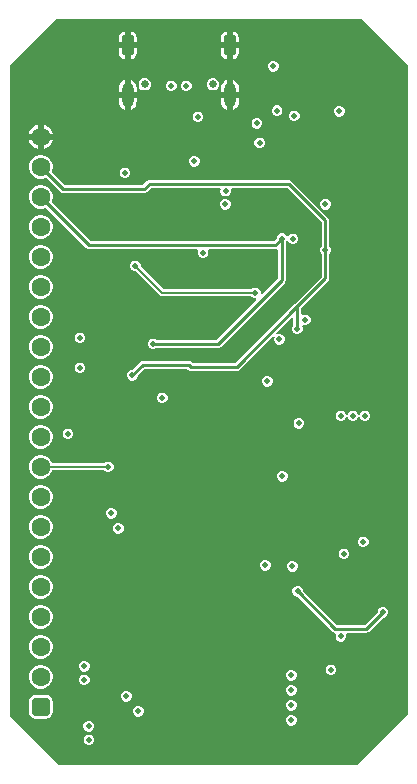
<source format=gbr>
G04*
G04 #@! TF.GenerationSoftware,Altium Limited,Altium Designer,25.2.1 (25)*
G04*
G04 Layer_Physical_Order=3*
G04 Layer_Color=16440176*
%FSLAX25Y25*%
%MOIN*%
G70*
G04*
G04 #@! TF.SameCoordinates,6E7B483F-BFF1-4FB3-8246-CE29AB42D2EF*
G04*
G04*
G04 #@! TF.FilePolarity,Positive*
G04*
G01*
G75*
%ADD74C,0.00700*%
%ADD75C,0.01000*%
%ADD77C,0.06299*%
G04:AMPARAMS|DCode=78|XSize=62.99mil|YSize=62.99mil|CornerRadius=15.75mil|HoleSize=0mil|Usage=FLASHONLY|Rotation=90.000|XOffset=0mil|YOffset=0mil|HoleType=Round|Shape=RoundedRectangle|*
%AMROUNDEDRECTD78*
21,1,0.06299,0.03150,0,0,90.0*
21,1,0.03150,0.06299,0,0,90.0*
1,1,0.03150,0.01575,0.01575*
1,1,0.03150,0.01575,-0.01575*
1,1,0.03150,-0.01575,-0.01575*
1,1,0.03150,-0.01575,0.01575*
%
%ADD78ROUNDEDRECTD78*%
G04:AMPARAMS|DCode=79|XSize=70.87mil|YSize=39.37mil|CornerRadius=9.84mil|HoleSize=0mil|Usage=FLASHONLY|Rotation=270.000|XOffset=0mil|YOffset=0mil|HoleType=Round|Shape=RoundedRectangle|*
%AMROUNDEDRECTD79*
21,1,0.07087,0.01968,0,0,270.0*
21,1,0.05118,0.03937,0,0,270.0*
1,1,0.01968,-0.00984,-0.02559*
1,1,0.01968,-0.00984,0.02559*
1,1,0.01968,0.00984,0.02559*
1,1,0.01968,0.00984,-0.02559*
%
%ADD79ROUNDEDRECTD79*%
%ADD80O,0.03937X0.08268*%
%ADD81C,0.02559*%
%ADD82C,0.01968*%
G36*
X66296Y111001D02*
Y-105501D01*
X49297Y-122500D01*
X-49797D01*
X-66296Y-106001D01*
Y111001D01*
X-51001Y126296D01*
X51001D01*
X66296Y111001D01*
D02*
G37*
%LPC*%
G36*
X8008Y122079D02*
Y118500D01*
X10015D01*
Y120059D01*
X9861Y120833D01*
X9423Y121490D01*
X8766Y121928D01*
X8008Y122079D01*
D02*
G37*
G36*
X6008D02*
X5249Y121928D01*
X4593Y121490D01*
X4154Y120833D01*
X4000Y120059D01*
Y118500D01*
X6008D01*
Y122079D01*
D02*
G37*
G36*
X-26008D02*
Y118500D01*
X-24001D01*
Y120059D01*
X-24155Y120833D01*
X-24593Y121490D01*
X-25249Y121928D01*
X-26008Y122079D01*
D02*
G37*
G36*
X-28008D02*
X-28766Y121928D01*
X-29423Y121490D01*
X-29861Y120833D01*
X-30015Y120059D01*
Y118500D01*
X-28008D01*
Y122079D01*
D02*
G37*
G36*
X10015Y116500D02*
X8008D01*
Y112921D01*
X8766Y113072D01*
X9423Y113510D01*
X9861Y114167D01*
X10015Y114941D01*
Y116500D01*
D02*
G37*
G36*
X-28008Y116500D02*
X-30015D01*
Y114941D01*
X-29861Y114167D01*
X-29423Y113510D01*
X-28766Y113072D01*
X-28008Y112921D01*
Y116500D01*
D02*
G37*
G36*
X-24001D02*
X-26008D01*
Y112921D01*
X-25249Y113072D01*
X-24593Y113510D01*
X-24155Y114167D01*
X-24001Y114941D01*
Y116500D01*
D02*
G37*
G36*
X6008Y116500D02*
X4000D01*
Y114941D01*
X4154Y114167D01*
X4593Y113510D01*
X5249Y113072D01*
X6008Y112921D01*
Y116500D01*
D02*
G37*
G36*
X21852Y112272D02*
X21148D01*
X20496Y112002D01*
X19998Y111504D01*
X19728Y110852D01*
Y110148D01*
X19998Y109496D01*
X20496Y108998D01*
X21148Y108728D01*
X21852D01*
X22504Y108998D01*
X23002Y109496D01*
X23272Y110148D01*
Y110852D01*
X23002Y111504D01*
X22504Y112002D01*
X21852Y112272D01*
D02*
G37*
G36*
X1789Y106579D02*
X967D01*
X207Y106264D01*
X-374Y105683D01*
X-689Y104923D01*
Y104101D01*
X-374Y103341D01*
X207Y102760D01*
X967Y102445D01*
X1789D01*
X2549Y102760D01*
X3130Y103341D01*
X3445Y104101D01*
Y104923D01*
X3130Y105683D01*
X2549Y106264D01*
X1789Y106579D01*
D02*
G37*
G36*
X-20967D02*
X-21789D01*
X-22549Y106264D01*
X-23130Y105683D01*
X-23445Y104923D01*
Y104101D01*
X-23130Y103341D01*
X-22549Y102760D01*
X-21789Y102445D01*
X-20967D01*
X-20207Y102760D01*
X-19626Y103341D01*
X-19311Y104101D01*
Y104923D01*
X-19626Y105683D01*
X-20207Y106264D01*
X-20967Y106579D01*
D02*
G37*
G36*
X-7148Y105772D02*
X-7852D01*
X-8504Y105502D01*
X-9002Y105004D01*
X-9272Y104352D01*
Y103648D01*
X-9002Y102996D01*
X-8504Y102498D01*
X-7852Y102228D01*
X-7148D01*
X-6496Y102498D01*
X-5998Y102996D01*
X-5728Y103648D01*
Y104352D01*
X-5998Y105004D01*
X-6496Y105502D01*
X-7148Y105772D01*
D02*
G37*
G36*
X-12148D02*
X-12852D01*
X-13504Y105502D01*
X-14002Y105004D01*
X-14272Y104352D01*
Y103648D01*
X-14002Y102996D01*
X-13504Y102498D01*
X-12852Y102228D01*
X-12148D01*
X-11496Y102498D01*
X-10998Y102996D01*
X-10728Y103648D01*
Y104352D01*
X-10998Y105004D01*
X-11496Y105502D01*
X-12148Y105772D01*
D02*
G37*
G36*
X8008Y106008D02*
Y102043D01*
X10002D01*
Y103209D01*
X9900Y103984D01*
X9601Y104706D01*
X9125Y105326D01*
X8505Y105802D01*
X8008Y106008D01*
D02*
G37*
G36*
X6008D02*
X5511Y105802D01*
X4891Y105326D01*
X4415Y104706D01*
X4116Y103984D01*
X4014Y103209D01*
Y102043D01*
X6008D01*
Y106008D01*
D02*
G37*
G36*
X-26008Y106008D02*
Y102043D01*
X-24014D01*
Y103209D01*
X-24116Y103984D01*
X-24415Y104706D01*
X-24891Y105326D01*
X-25511Y105802D01*
X-26008Y106008D01*
D02*
G37*
G36*
X-28008Y106008D02*
X-28505Y105802D01*
X-29125Y105326D01*
X-29601Y104706D01*
X-29900Y103984D01*
X-30002Y103209D01*
Y102043D01*
X-28008D01*
Y106008D01*
D02*
G37*
G36*
Y100043D02*
X-30002D01*
Y98878D01*
X-29900Y98103D01*
X-29601Y97381D01*
X-29125Y96761D01*
X-28505Y96285D01*
X-28008Y96079D01*
Y100043D01*
D02*
G37*
G36*
X10002Y100043D02*
X8008D01*
Y96079D01*
X8505Y96285D01*
X9125Y96761D01*
X9601Y97381D01*
X9900Y98103D01*
X10002Y98878D01*
Y100043D01*
D02*
G37*
G36*
X6008D02*
X4014D01*
Y98878D01*
X4116Y98103D01*
X4415Y97381D01*
X4891Y96761D01*
X5511Y96285D01*
X6008Y96079D01*
Y100043D01*
D02*
G37*
G36*
X-24014Y100043D02*
X-26008D01*
Y96079D01*
X-25511Y96285D01*
X-24891Y96761D01*
X-24415Y97381D01*
X-24116Y98103D01*
X-24014Y98878D01*
Y100043D01*
D02*
G37*
G36*
X23081Y97518D02*
X22376D01*
X21725Y97248D01*
X21226Y96750D01*
X20957Y96099D01*
Y95394D01*
X21226Y94743D01*
X21725Y94244D01*
X22376Y93975D01*
X23081D01*
X23732Y94244D01*
X24230Y94743D01*
X24500Y95394D01*
Y96099D01*
X24230Y96750D01*
X23732Y97248D01*
X23081Y97518D01*
D02*
G37*
G36*
X43854Y97275D02*
X43150D01*
X42498Y97005D01*
X42000Y96507D01*
X41730Y95856D01*
Y95151D01*
X42000Y94500D01*
X42498Y94002D01*
X43150Y93732D01*
X43854D01*
X44506Y94002D01*
X45004Y94500D01*
X45274Y95151D01*
Y95856D01*
X45004Y96507D01*
X44506Y97005D01*
X43854Y97275D01*
D02*
G37*
G36*
X28852Y95772D02*
X28148D01*
X27496Y95502D01*
X26998Y95004D01*
X26728Y94352D01*
Y93648D01*
X26998Y92996D01*
X27496Y92498D01*
X28148Y92228D01*
X28852D01*
X29504Y92498D01*
X30002Y92996D01*
X30272Y93648D01*
Y94352D01*
X30002Y95004D01*
X29504Y95502D01*
X28852Y95772D01*
D02*
G37*
G36*
X-3274Y95398D02*
X-3978D01*
X-4629Y95128D01*
X-5128Y94630D01*
X-5398Y93978D01*
Y93274D01*
X-5128Y92622D01*
X-4629Y92124D01*
X-3978Y91854D01*
X-3274D01*
X-2622Y92124D01*
X-2124Y92622D01*
X-1854Y93274D01*
Y93978D01*
X-2124Y94630D01*
X-2622Y95128D01*
X-3274Y95398D01*
D02*
G37*
G36*
X16352Y93272D02*
X15648D01*
X14996Y93002D01*
X14498Y92504D01*
X14228Y91852D01*
Y91148D01*
X14498Y90496D01*
X14996Y89998D01*
X15648Y89728D01*
X16352D01*
X17004Y89998D01*
X17502Y90496D01*
X17772Y91148D01*
Y91852D01*
X17502Y92504D01*
X17004Y93002D01*
X16352Y93272D01*
D02*
G37*
G36*
X-55000Y91028D02*
Y88000D01*
X-51972D01*
X-52133Y88602D01*
X-52680Y89548D01*
X-53452Y90320D01*
X-54398Y90867D01*
X-55000Y91028D01*
D02*
G37*
G36*
X-57000D02*
X-57602Y90867D01*
X-58548Y90320D01*
X-59320Y89548D01*
X-59867Y88602D01*
X-60028Y88000D01*
X-57000D01*
Y91028D01*
D02*
G37*
G36*
X17254Y86772D02*
X16549D01*
X15898Y86502D01*
X15400Y86004D01*
X15130Y85352D01*
Y84648D01*
X15400Y83996D01*
X15898Y83498D01*
X16549Y83228D01*
X17254D01*
X17905Y83498D01*
X18404Y83996D01*
X18673Y84648D01*
Y85352D01*
X18404Y86004D01*
X17905Y86502D01*
X17254Y86772D01*
D02*
G37*
G36*
X-51972Y86000D02*
X-55000D01*
Y82972D01*
X-54398Y83133D01*
X-53452Y83679D01*
X-52680Y84452D01*
X-52133Y85398D01*
X-51972Y86000D01*
D02*
G37*
G36*
X-57000D02*
X-60028D01*
X-59867Y85398D01*
X-59320Y84452D01*
X-58548Y83679D01*
X-57602Y83133D01*
X-57000Y82972D01*
Y86000D01*
D02*
G37*
G36*
X-4497Y80621D02*
X-5202D01*
X-5853Y80351D01*
X-6351Y79853D01*
X-6621Y79202D01*
Y78497D01*
X-6351Y77846D01*
X-5853Y77347D01*
X-5202Y77078D01*
X-4497D01*
X-3846Y77347D01*
X-3348Y77846D01*
X-3078Y78497D01*
Y79202D01*
X-3348Y79853D01*
X-3846Y80351D01*
X-4497Y80621D01*
D02*
G37*
G36*
X-27648Y76772D02*
X-28352D01*
X-29004Y76502D01*
X-29502Y76004D01*
X-29772Y75352D01*
Y74648D01*
X-29502Y73996D01*
X-29004Y73498D01*
X-28352Y73228D01*
X-27648D01*
X-26996Y73498D01*
X-26498Y73996D01*
X-26228Y74648D01*
Y75352D01*
X-26498Y76004D01*
X-26996Y76502D01*
X-27648Y76772D01*
D02*
G37*
G36*
X39237Y66272D02*
X38532D01*
X37881Y66002D01*
X37382Y65504D01*
X37113Y64852D01*
Y64148D01*
X37382Y63496D01*
X37881Y62998D01*
X38532Y62728D01*
X39237D01*
X39888Y62998D01*
X40386Y63496D01*
X40656Y64148D01*
Y64852D01*
X40386Y65504D01*
X39888Y66002D01*
X39237Y66272D01*
D02*
G37*
G36*
X5852D02*
X5148D01*
X4496Y66002D01*
X3998Y65504D01*
X3728Y64852D01*
Y64148D01*
X3998Y63496D01*
X4496Y62998D01*
X5148Y62728D01*
X5852D01*
X6504Y62998D01*
X7002Y63496D01*
X7272Y64148D01*
Y64852D01*
X7002Y65504D01*
X6504Y66002D01*
X5852Y66272D01*
D02*
G37*
G36*
X-55482Y60937D02*
X-56518D01*
X-57520Y60669D01*
X-58417Y60150D01*
X-59150Y59417D01*
X-59669Y58520D01*
X-59937Y57518D01*
Y56482D01*
X-59669Y55480D01*
X-59150Y54583D01*
X-58417Y53850D01*
X-57520Y53331D01*
X-56518Y53063D01*
X-55482D01*
X-54480Y53331D01*
X-53583Y53850D01*
X-52850Y54583D01*
X-52331Y55480D01*
X-52063Y56482D01*
Y57518D01*
X-52331Y58520D01*
X-52850Y59417D01*
X-53583Y60150D01*
X-54480Y60669D01*
X-55482Y60937D01*
D02*
G37*
G36*
Y70937D02*
X-56518D01*
X-57520Y70669D01*
X-58417Y70150D01*
X-59150Y69417D01*
X-59669Y68520D01*
X-59937Y67518D01*
Y66482D01*
X-59669Y65480D01*
X-59150Y64583D01*
X-58417Y63850D01*
X-57520Y63331D01*
X-56518Y63063D01*
X-55482D01*
X-54480Y63331D01*
X-54295Y63438D01*
X-40813Y49957D01*
X-40387Y49672D01*
X-39885Y49572D01*
X-3874D01*
X-3540Y49072D01*
X-3672Y48753D01*
Y48048D01*
X-3402Y47397D01*
X-2904Y46899D01*
X-2253Y46629D01*
X-1548D01*
X-897Y46899D01*
X-399Y47397D01*
X-129Y48048D01*
Y48753D01*
X-261Y49072D01*
X73Y49572D01*
X22152D01*
X22513Y49644D01*
X23013Y49356D01*
Y39869D01*
X17758Y34614D01*
X17272Y34835D01*
Y35352D01*
X17002Y36004D01*
X16504Y36502D01*
X15852Y36772D01*
X15148D01*
X14496Y36502D01*
X14154Y36160D01*
X-15020D01*
X-22728Y43868D01*
Y44352D01*
X-22998Y45004D01*
X-23496Y45502D01*
X-24148Y45772D01*
X-24852D01*
X-25504Y45502D01*
X-26002Y45004D01*
X-26272Y44352D01*
Y43648D01*
X-26002Y42996D01*
X-25504Y42498D01*
X-24852Y42228D01*
X-24368D01*
X-16320Y34180D01*
X-15944Y33929D01*
X-15500Y33840D01*
X14154D01*
X14496Y33498D01*
X15148Y33228D01*
X15665D01*
X15886Y32742D01*
X2443Y19300D01*
X-17284D01*
X-17473Y19489D01*
X-18124Y19759D01*
X-18829D01*
X-19480Y19489D01*
X-19979Y18991D01*
X-20249Y18339D01*
Y17635D01*
X-19979Y16984D01*
X-19480Y16485D01*
X-18829Y16216D01*
X-18124D01*
X-17473Y16485D01*
X-17284Y16675D01*
X2987D01*
X3489Y16774D01*
X3915Y17059D01*
X25253Y38397D01*
X25538Y38823D01*
X25638Y39325D01*
Y51865D01*
X25827Y52055D01*
X25880Y52182D01*
X26421D01*
X26498Y51996D01*
X26996Y51498D01*
X27648Y51228D01*
X28352D01*
X29004Y51498D01*
X29502Y51996D01*
X29772Y52648D01*
Y53352D01*
X29502Y54004D01*
X29004Y54502D01*
X28352Y54772D01*
X27648D01*
X26996Y54502D01*
X26498Y54004D01*
X26445Y53876D01*
X25904D01*
X25827Y54062D01*
X25329Y54560D01*
X24678Y54830D01*
X23973D01*
X23322Y54560D01*
X22823Y54062D01*
X22554Y53411D01*
Y53143D01*
X21608Y52197D01*
X-39341D01*
X-52438Y65295D01*
X-52331Y65480D01*
X-52063Y66482D01*
Y67518D01*
X-52331Y68520D01*
X-52850Y69417D01*
X-53583Y70150D01*
X-54480Y70669D01*
X-55482Y70937D01*
D02*
G37*
G36*
Y50937D02*
X-56518D01*
X-57520Y50669D01*
X-58417Y50150D01*
X-59150Y49417D01*
X-59669Y48520D01*
X-59937Y47518D01*
Y46482D01*
X-59669Y45480D01*
X-59150Y44583D01*
X-58417Y43850D01*
X-57520Y43331D01*
X-56518Y43063D01*
X-55482D01*
X-54480Y43331D01*
X-53583Y43850D01*
X-52850Y44583D01*
X-52331Y45480D01*
X-52063Y46482D01*
Y47518D01*
X-52331Y48520D01*
X-52850Y49417D01*
X-53583Y50150D01*
X-54480Y50669D01*
X-55482Y50937D01*
D02*
G37*
G36*
Y40937D02*
X-56518D01*
X-57520Y40669D01*
X-58417Y40150D01*
X-59150Y39417D01*
X-59669Y38520D01*
X-59937Y37518D01*
Y36482D01*
X-59669Y35480D01*
X-59150Y34583D01*
X-58417Y33850D01*
X-57520Y33331D01*
X-56518Y33063D01*
X-55482D01*
X-54480Y33331D01*
X-53583Y33850D01*
X-52850Y34583D01*
X-52331Y35480D01*
X-52063Y36482D01*
Y37518D01*
X-52331Y38520D01*
X-52850Y39417D01*
X-53583Y40150D01*
X-54480Y40669D01*
X-55482Y40937D01*
D02*
G37*
G36*
Y80937D02*
X-56518D01*
X-57520Y80669D01*
X-58417Y80150D01*
X-59150Y79417D01*
X-59669Y78520D01*
X-59937Y77518D01*
Y76482D01*
X-59669Y75480D01*
X-59150Y74583D01*
X-58417Y73850D01*
X-57520Y73331D01*
X-56518Y73063D01*
X-55482D01*
X-54480Y73331D01*
X-54295Y73439D01*
X-49444Y68588D01*
X-49018Y68303D01*
X-48516Y68203D01*
X-21654D01*
X-21152Y68303D01*
X-20726Y68588D01*
X-19219Y70094D01*
X3610D01*
X3944Y69594D01*
X3811Y69275D01*
Y68570D01*
X4081Y67919D01*
X4580Y67421D01*
X5231Y67151D01*
X5935D01*
X6587Y67421D01*
X7085Y67919D01*
X7355Y68570D01*
Y69275D01*
X7222Y69594D01*
X7557Y70094D01*
X26050D01*
X37572Y58572D01*
Y50449D01*
X37382Y50260D01*
X37113Y49608D01*
Y48904D01*
X37382Y48252D01*
X37572Y48063D01*
Y40428D01*
X28572Y31428D01*
X28572Y31428D01*
X8707Y11563D01*
X-5325D01*
X-5690Y11928D01*
X-6116Y12213D01*
X-6618Y12313D01*
X-22000D01*
X-22502Y12213D01*
X-22928Y11928D01*
X-25585Y9272D01*
X-25852D01*
X-26504Y9002D01*
X-27002Y8504D01*
X-27272Y7852D01*
Y7148D01*
X-27002Y6496D01*
X-26504Y5998D01*
X-25852Y5728D01*
X-25148D01*
X-24496Y5998D01*
X-23998Y6496D01*
X-23728Y7148D01*
Y7415D01*
X-21456Y9687D01*
X-7162D01*
X-6797Y9323D01*
X-6371Y9038D01*
X-5869Y8938D01*
X9251D01*
X9753Y9038D01*
X10179Y9323D01*
X21526Y20669D01*
X21949Y20386D01*
X21728Y19852D01*
Y19148D01*
X21998Y18496D01*
X22496Y17998D01*
X23148Y17728D01*
X23852D01*
X24504Y17998D01*
X25002Y18496D01*
X25272Y19148D01*
Y19852D01*
X25002Y20504D01*
X24504Y21002D01*
X23852Y21272D01*
X23148D01*
X22614Y21051D01*
X22331Y21475D01*
X27725Y26869D01*
X28187Y26678D01*
Y24193D01*
X27998Y24004D01*
X27728Y23352D01*
Y22648D01*
X27998Y21996D01*
X28496Y21498D01*
X29148Y21228D01*
X29852D01*
X30504Y21498D01*
X31002Y21996D01*
X31272Y22648D01*
Y23352D01*
X31002Y24002D01*
X31005Y24008D01*
X31266Y24394D01*
X31313Y24415D01*
X31763Y24228D01*
X32468D01*
X33119Y24498D01*
X33618Y24996D01*
X33887Y25648D01*
Y26352D01*
X33618Y27004D01*
X33119Y27502D01*
X32468Y27772D01*
X31763D01*
X31313Y27585D01*
X30813Y27856D01*
Y29956D01*
X39812Y38956D01*
X40097Y39382D01*
X40197Y39884D01*
Y48063D01*
X40386Y48252D01*
X40656Y48904D01*
Y49608D01*
X40386Y50260D01*
X40197Y50449D01*
Y59116D01*
X40097Y59618D01*
X39812Y60044D01*
X27521Y72335D01*
X27096Y72619D01*
X26593Y72719D01*
X-19763D01*
X-20265Y72619D01*
X-20691Y72335D01*
X-22198Y70828D01*
X-47972D01*
X-52438Y75295D01*
X-52331Y75480D01*
X-52063Y76482D01*
Y77518D01*
X-52331Y78520D01*
X-52850Y79417D01*
X-53583Y80150D01*
X-54480Y80669D01*
X-55482Y80937D01*
D02*
G37*
G36*
Y30937D02*
X-56518D01*
X-57520Y30669D01*
X-58417Y30150D01*
X-59150Y29417D01*
X-59669Y28520D01*
X-59937Y27518D01*
Y26482D01*
X-59669Y25480D01*
X-59150Y24583D01*
X-58417Y23850D01*
X-57520Y23331D01*
X-56518Y23063D01*
X-55482D01*
X-54480Y23331D01*
X-53583Y23850D01*
X-52850Y24583D01*
X-52331Y25480D01*
X-52063Y26482D01*
Y27518D01*
X-52331Y28520D01*
X-52850Y29417D01*
X-53583Y30150D01*
X-54480Y30669D01*
X-55482Y30937D01*
D02*
G37*
G36*
X-42648Y21772D02*
X-43352D01*
X-44004Y21502D01*
X-44502Y21004D01*
X-44772Y20352D01*
Y19648D01*
X-44502Y18996D01*
X-44004Y18498D01*
X-43352Y18228D01*
X-42648D01*
X-41996Y18498D01*
X-41498Y18996D01*
X-41228Y19648D01*
Y20352D01*
X-41498Y21004D01*
X-41996Y21502D01*
X-42648Y21772D01*
D02*
G37*
G36*
X-55482Y20937D02*
X-56518D01*
X-57520Y20669D01*
X-58417Y20150D01*
X-59150Y19417D01*
X-59669Y18520D01*
X-59937Y17518D01*
Y16482D01*
X-59669Y15480D01*
X-59150Y14583D01*
X-58417Y13850D01*
X-57520Y13331D01*
X-56518Y13063D01*
X-55482D01*
X-54480Y13331D01*
X-53583Y13850D01*
X-52850Y14583D01*
X-52331Y15480D01*
X-52063Y16482D01*
Y17518D01*
X-52331Y18520D01*
X-52850Y19417D01*
X-53583Y20150D01*
X-54480Y20669D01*
X-55482Y20937D01*
D02*
G37*
G36*
X-42648Y11772D02*
X-43352D01*
X-44004Y11502D01*
X-44502Y11004D01*
X-44772Y10352D01*
Y9648D01*
X-44502Y8996D01*
X-44004Y8498D01*
X-43352Y8228D01*
X-42648D01*
X-41996Y8498D01*
X-41498Y8996D01*
X-41228Y9648D01*
Y10352D01*
X-41498Y11004D01*
X-41996Y11502D01*
X-42648Y11772D01*
D02*
G37*
G36*
X19852Y7272D02*
X19148D01*
X18496Y7002D01*
X17998Y6504D01*
X17728Y5852D01*
Y5148D01*
X17998Y4496D01*
X18496Y3998D01*
X19148Y3728D01*
X19852D01*
X20504Y3998D01*
X21002Y4496D01*
X21272Y5148D01*
Y5852D01*
X21002Y6504D01*
X20504Y7002D01*
X19852Y7272D01*
D02*
G37*
G36*
X-55482Y10937D02*
X-56518D01*
X-57520Y10669D01*
X-58417Y10150D01*
X-59150Y9417D01*
X-59669Y8520D01*
X-59937Y7518D01*
Y6482D01*
X-59669Y5480D01*
X-59150Y4583D01*
X-58417Y3850D01*
X-57520Y3331D01*
X-56518Y3063D01*
X-55482D01*
X-54480Y3331D01*
X-53583Y3850D01*
X-52850Y4583D01*
X-52331Y5480D01*
X-52063Y6482D01*
Y7518D01*
X-52331Y8520D01*
X-52850Y9417D01*
X-53583Y10150D01*
X-54480Y10669D01*
X-55482Y10937D01*
D02*
G37*
G36*
X-15148Y1772D02*
X-15852D01*
X-16504Y1502D01*
X-17002Y1004D01*
X-17272Y352D01*
Y-352D01*
X-17002Y-1004D01*
X-16504Y-1502D01*
X-15852Y-1772D01*
X-15148D01*
X-14496Y-1502D01*
X-13998Y-1004D01*
X-13728Y-352D01*
Y352D01*
X-13998Y1004D01*
X-14496Y1502D01*
X-15148Y1772D01*
D02*
G37*
G36*
X52352Y-4228D02*
X51648D01*
X50996Y-4498D01*
X50498Y-4996D01*
X50250Y-5595D01*
X50000Y-5623D01*
X49750Y-5595D01*
X49502Y-4996D01*
X49004Y-4498D01*
X48352Y-4228D01*
X47648D01*
X46996Y-4498D01*
X46498Y-4996D01*
X46250Y-5595D01*
X46000Y-5623D01*
X45750Y-5595D01*
X45502Y-4996D01*
X45004Y-4498D01*
X44352Y-4228D01*
X43648D01*
X42996Y-4498D01*
X42498Y-4996D01*
X42228Y-5648D01*
Y-6352D01*
X42498Y-7004D01*
X42996Y-7502D01*
X43648Y-7772D01*
X44352D01*
X45004Y-7502D01*
X45502Y-7004D01*
X45750Y-6405D01*
X46000Y-6377D01*
X46250Y-6405D01*
X46498Y-7004D01*
X46996Y-7502D01*
X47648Y-7772D01*
X48352D01*
X49004Y-7502D01*
X49502Y-7004D01*
X49750Y-6405D01*
X50000Y-6377D01*
X50250Y-6405D01*
X50498Y-7004D01*
X50996Y-7502D01*
X51648Y-7772D01*
X52352D01*
X53004Y-7502D01*
X53502Y-7004D01*
X53772Y-6352D01*
Y-5648D01*
X53502Y-4996D01*
X53004Y-4498D01*
X52352Y-4228D01*
D02*
G37*
G36*
X-55482Y937D02*
X-56518D01*
X-57520Y669D01*
X-58417Y150D01*
X-59150Y-583D01*
X-59669Y-1480D01*
X-59937Y-2482D01*
Y-3518D01*
X-59669Y-4520D01*
X-59150Y-5417D01*
X-58417Y-6150D01*
X-57520Y-6669D01*
X-56518Y-6937D01*
X-55482D01*
X-54480Y-6669D01*
X-53583Y-6150D01*
X-52850Y-5417D01*
X-52331Y-4520D01*
X-52063Y-3518D01*
Y-2482D01*
X-52331Y-1480D01*
X-52850Y-583D01*
X-53583Y150D01*
X-54480Y669D01*
X-55482Y937D01*
D02*
G37*
G36*
X30352Y-6728D02*
X29648D01*
X28996Y-6998D01*
X28498Y-7496D01*
X28228Y-8148D01*
Y-8852D01*
X28498Y-9504D01*
X28996Y-10002D01*
X29648Y-10272D01*
X30352D01*
X31004Y-10002D01*
X31502Y-9504D01*
X31772Y-8852D01*
Y-8148D01*
X31502Y-7496D01*
X31004Y-6998D01*
X30352Y-6728D01*
D02*
G37*
G36*
X-46648Y-10228D02*
X-47352D01*
X-48004Y-10498D01*
X-48502Y-10996D01*
X-48772Y-11648D01*
Y-12352D01*
X-48502Y-13004D01*
X-48004Y-13502D01*
X-47352Y-13772D01*
X-46648D01*
X-45996Y-13502D01*
X-45498Y-13004D01*
X-45228Y-12352D01*
Y-11648D01*
X-45498Y-10996D01*
X-45996Y-10498D01*
X-46648Y-10228D01*
D02*
G37*
G36*
X-55482Y-9063D02*
X-56518D01*
X-57520Y-9331D01*
X-58417Y-9850D01*
X-59150Y-10583D01*
X-59669Y-11480D01*
X-59937Y-12482D01*
Y-13518D01*
X-59669Y-14520D01*
X-59150Y-15417D01*
X-58417Y-16150D01*
X-57520Y-16669D01*
X-56518Y-16937D01*
X-55482D01*
X-54480Y-16669D01*
X-53583Y-16150D01*
X-52850Y-15417D01*
X-52331Y-14520D01*
X-52063Y-13518D01*
Y-12482D01*
X-52331Y-11480D01*
X-52850Y-10583D01*
X-53583Y-9850D01*
X-54480Y-9331D01*
X-55482Y-9063D01*
D02*
G37*
G36*
Y-19063D02*
X-56518D01*
X-57520Y-19331D01*
X-58417Y-19850D01*
X-59150Y-20583D01*
X-59669Y-21480D01*
X-59937Y-22482D01*
Y-23518D01*
X-59669Y-24520D01*
X-59150Y-25417D01*
X-58417Y-26150D01*
X-57520Y-26669D01*
X-56518Y-26937D01*
X-55482D01*
X-54480Y-26669D01*
X-53583Y-26150D01*
X-52850Y-25417D01*
X-52331Y-24520D01*
X-52235Y-24160D01*
X-34846D01*
X-34504Y-24502D01*
X-33852Y-24772D01*
X-33148D01*
X-32496Y-24502D01*
X-31998Y-24004D01*
X-31728Y-23352D01*
Y-22648D01*
X-31998Y-21996D01*
X-32496Y-21498D01*
X-33148Y-21228D01*
X-33852D01*
X-34504Y-21498D01*
X-34846Y-21840D01*
X-52235D01*
X-52331Y-21480D01*
X-52850Y-20583D01*
X-53583Y-19850D01*
X-54480Y-19331D01*
X-55482Y-19063D01*
D02*
G37*
G36*
X24852Y-24394D02*
X24148D01*
X23496Y-24664D01*
X22998Y-25162D01*
X22728Y-25813D01*
Y-26518D01*
X22998Y-27169D01*
X23496Y-27668D01*
X24148Y-27937D01*
X24852D01*
X25504Y-27668D01*
X26002Y-27169D01*
X26272Y-26518D01*
Y-25813D01*
X26002Y-25162D01*
X25504Y-24664D01*
X24852Y-24394D01*
D02*
G37*
G36*
X-55482Y-29063D02*
X-56518D01*
X-57520Y-29331D01*
X-58417Y-29850D01*
X-59150Y-30583D01*
X-59669Y-31480D01*
X-59937Y-32482D01*
Y-33518D01*
X-59669Y-34520D01*
X-59150Y-35417D01*
X-58417Y-36150D01*
X-57520Y-36669D01*
X-56518Y-36937D01*
X-55482D01*
X-54480Y-36669D01*
X-53583Y-36150D01*
X-52850Y-35417D01*
X-52331Y-34520D01*
X-52063Y-33518D01*
Y-32482D01*
X-52331Y-31480D01*
X-52850Y-30583D01*
X-53583Y-29850D01*
X-54480Y-29331D01*
X-55482Y-29063D01*
D02*
G37*
G36*
X-32148Y-36728D02*
X-32852D01*
X-33504Y-36998D01*
X-34002Y-37496D01*
X-34272Y-38148D01*
Y-38852D01*
X-34002Y-39504D01*
X-33504Y-40002D01*
X-32852Y-40272D01*
X-32148D01*
X-31496Y-40002D01*
X-30998Y-39504D01*
X-30728Y-38852D01*
Y-38148D01*
X-30998Y-37496D01*
X-31496Y-36998D01*
X-32148Y-36728D01*
D02*
G37*
G36*
X-29844Y-41778D02*
X-30548D01*
X-31199Y-42048D01*
X-31698Y-42546D01*
X-31968Y-43197D01*
Y-43902D01*
X-31698Y-44553D01*
X-31199Y-45051D01*
X-30548Y-45321D01*
X-29844D01*
X-29192Y-45051D01*
X-28694Y-44553D01*
X-28424Y-43902D01*
Y-43197D01*
X-28694Y-42546D01*
X-29192Y-42048D01*
X-29844Y-41778D01*
D02*
G37*
G36*
X-55482Y-39063D02*
X-56518D01*
X-57520Y-39331D01*
X-58417Y-39850D01*
X-59150Y-40583D01*
X-59669Y-41480D01*
X-59937Y-42482D01*
Y-43518D01*
X-59669Y-44520D01*
X-59150Y-45417D01*
X-58417Y-46150D01*
X-57520Y-46669D01*
X-56518Y-46937D01*
X-55482D01*
X-54480Y-46669D01*
X-53583Y-46150D01*
X-52850Y-45417D01*
X-52331Y-44520D01*
X-52063Y-43518D01*
Y-42482D01*
X-52331Y-41480D01*
X-52850Y-40583D01*
X-53583Y-39850D01*
X-54480Y-39331D01*
X-55482Y-39063D01*
D02*
G37*
G36*
X51852Y-46228D02*
X51148D01*
X50496Y-46498D01*
X49998Y-46996D01*
X49728Y-47648D01*
Y-48352D01*
X49998Y-49004D01*
X50496Y-49502D01*
X51148Y-49772D01*
X51852D01*
X52504Y-49502D01*
X53002Y-49004D01*
X53272Y-48352D01*
Y-47648D01*
X53002Y-46996D01*
X52504Y-46498D01*
X51852Y-46228D01*
D02*
G37*
G36*
X45352Y-50228D02*
X44648D01*
X43996Y-50498D01*
X43498Y-50996D01*
X43228Y-51648D01*
Y-52352D01*
X43498Y-53004D01*
X43996Y-53502D01*
X44648Y-53772D01*
X45352D01*
X46004Y-53502D01*
X46502Y-53004D01*
X46772Y-52352D01*
Y-51648D01*
X46502Y-50996D01*
X46004Y-50498D01*
X45352Y-50228D01*
D02*
G37*
G36*
X-55482Y-49063D02*
X-56518D01*
X-57520Y-49331D01*
X-58417Y-49850D01*
X-59150Y-50583D01*
X-59669Y-51480D01*
X-59937Y-52482D01*
Y-53518D01*
X-59669Y-54520D01*
X-59150Y-55417D01*
X-58417Y-56150D01*
X-57520Y-56669D01*
X-56518Y-56937D01*
X-55482D01*
X-54480Y-56669D01*
X-53583Y-56150D01*
X-52850Y-55417D01*
X-52331Y-54520D01*
X-52063Y-53518D01*
Y-52482D01*
X-52331Y-51480D01*
X-52850Y-50583D01*
X-53583Y-49850D01*
X-54480Y-49331D01*
X-55482Y-49063D01*
D02*
G37*
G36*
X19149Y-54025D02*
X18444D01*
X17793Y-54294D01*
X17294Y-54793D01*
X17025Y-55444D01*
Y-56149D01*
X17294Y-56800D01*
X17793Y-57298D01*
X18444Y-57568D01*
X19149D01*
X19800Y-57298D01*
X20298Y-56800D01*
X20568Y-56149D01*
Y-55444D01*
X20298Y-54793D01*
X19800Y-54294D01*
X19149Y-54025D01*
D02*
G37*
G36*
X28233Y-54347D02*
X27529D01*
X26877Y-54617D01*
X26379Y-55115D01*
X26109Y-55767D01*
Y-56472D01*
X26379Y-57123D01*
X26877Y-57621D01*
X27529Y-57891D01*
X28233D01*
X28885Y-57621D01*
X29383Y-57123D01*
X29653Y-56472D01*
Y-55767D01*
X29383Y-55115D01*
X28885Y-54617D01*
X28233Y-54347D01*
D02*
G37*
G36*
X-55482Y-59063D02*
X-56518D01*
X-57520Y-59331D01*
X-58417Y-59850D01*
X-59150Y-60583D01*
X-59669Y-61480D01*
X-59937Y-62482D01*
Y-63518D01*
X-59669Y-64520D01*
X-59150Y-65417D01*
X-58417Y-66150D01*
X-57520Y-66669D01*
X-56518Y-66937D01*
X-55482D01*
X-54480Y-66669D01*
X-53583Y-66150D01*
X-52850Y-65417D01*
X-52331Y-64520D01*
X-52063Y-63518D01*
Y-62482D01*
X-52331Y-61480D01*
X-52850Y-60583D01*
X-53583Y-59850D01*
X-54480Y-59331D01*
X-55482Y-59063D01*
D02*
G37*
G36*
Y-69063D02*
X-56518D01*
X-57520Y-69331D01*
X-58417Y-69850D01*
X-59150Y-70583D01*
X-59669Y-71480D01*
X-59937Y-72482D01*
Y-73518D01*
X-59669Y-74520D01*
X-59150Y-75417D01*
X-58417Y-76150D01*
X-57520Y-76669D01*
X-56518Y-76937D01*
X-55482D01*
X-54480Y-76669D01*
X-53583Y-76150D01*
X-52850Y-75417D01*
X-52331Y-74520D01*
X-52063Y-73518D01*
Y-72482D01*
X-52331Y-71480D01*
X-52850Y-70583D01*
X-53583Y-69850D01*
X-54480Y-69331D01*
X-55482Y-69063D01*
D02*
G37*
G36*
X30010Y-62728D02*
X29305D01*
X28654Y-62998D01*
X28155Y-63496D01*
X27886Y-64148D01*
Y-64852D01*
X28155Y-65504D01*
X28654Y-66002D01*
X29305Y-66272D01*
X29573D01*
X41229Y-77928D01*
X41655Y-78213D01*
X42050Y-78291D01*
X42261Y-78560D01*
X42367Y-78813D01*
X42228Y-79148D01*
Y-79852D01*
X42498Y-80504D01*
X42996Y-81002D01*
X43648Y-81272D01*
X44352D01*
X45004Y-81002D01*
X45502Y-80504D01*
X45772Y-79852D01*
Y-79148D01*
X45633Y-78813D01*
X45967Y-78313D01*
X52500D01*
X53002Y-78213D01*
X53428Y-77928D01*
X58085Y-73272D01*
X58352D01*
X59004Y-73002D01*
X59502Y-72504D01*
X59772Y-71852D01*
Y-71148D01*
X59502Y-70496D01*
X59004Y-69998D01*
X58352Y-69728D01*
X57648D01*
X56996Y-69998D01*
X56498Y-70496D01*
X56228Y-71148D01*
Y-71415D01*
X51956Y-75687D01*
X42701D01*
X31429Y-64415D01*
Y-64148D01*
X31159Y-63496D01*
X30661Y-62998D01*
X30010Y-62728D01*
D02*
G37*
G36*
X-55482Y-79063D02*
X-56518D01*
X-57520Y-79331D01*
X-58417Y-79850D01*
X-59150Y-80583D01*
X-59669Y-81480D01*
X-59937Y-82482D01*
Y-83518D01*
X-59669Y-84520D01*
X-59150Y-85417D01*
X-58417Y-86150D01*
X-57520Y-86669D01*
X-56518Y-86937D01*
X-55482D01*
X-54480Y-86669D01*
X-53583Y-86150D01*
X-52850Y-85417D01*
X-52331Y-84520D01*
X-52063Y-83518D01*
Y-82482D01*
X-52331Y-81480D01*
X-52850Y-80583D01*
X-53583Y-79850D01*
X-54480Y-79331D01*
X-55482Y-79063D01*
D02*
G37*
G36*
X-41148Y-87728D02*
X-41852D01*
X-42504Y-87998D01*
X-43002Y-88496D01*
X-43272Y-89148D01*
Y-89852D01*
X-43002Y-90504D01*
X-42504Y-91002D01*
X-41852Y-91272D01*
X-41148D01*
X-40496Y-91002D01*
X-39998Y-90504D01*
X-39728Y-89852D01*
Y-89148D01*
X-39998Y-88496D01*
X-40496Y-87998D01*
X-41148Y-87728D01*
D02*
G37*
G36*
X41050Y-88925D02*
X40345D01*
X39693Y-89195D01*
X39195Y-89693D01*
X38925Y-90345D01*
Y-91049D01*
X39195Y-91701D01*
X39693Y-92199D01*
X40345Y-92469D01*
X41050D01*
X41701Y-92199D01*
X42199Y-91701D01*
X42469Y-91049D01*
Y-90345D01*
X42199Y-89693D01*
X41701Y-89195D01*
X41050Y-88925D01*
D02*
G37*
G36*
X27852Y-90728D02*
X27148D01*
X26496Y-90998D01*
X25998Y-91496D01*
X25728Y-92148D01*
Y-92852D01*
X25998Y-93504D01*
X26496Y-94002D01*
X27148Y-94272D01*
X27852D01*
X28504Y-94002D01*
X29002Y-93504D01*
X29272Y-92852D01*
Y-92148D01*
X29002Y-91496D01*
X28504Y-90998D01*
X27852Y-90728D01*
D02*
G37*
G36*
X-41148Y-92228D02*
X-41852D01*
X-42504Y-92498D01*
X-43002Y-92996D01*
X-43272Y-93648D01*
Y-94352D01*
X-43002Y-95004D01*
X-42504Y-95502D01*
X-41852Y-95772D01*
X-41148D01*
X-40496Y-95502D01*
X-39998Y-95004D01*
X-39728Y-94352D01*
Y-93648D01*
X-39998Y-92996D01*
X-40496Y-92498D01*
X-41148Y-92228D01*
D02*
G37*
G36*
X-55482Y-89063D02*
X-56518D01*
X-57520Y-89331D01*
X-58417Y-89850D01*
X-59150Y-90583D01*
X-59669Y-91480D01*
X-59937Y-92482D01*
Y-93518D01*
X-59669Y-94520D01*
X-59150Y-95417D01*
X-58417Y-96150D01*
X-57520Y-96669D01*
X-56518Y-96937D01*
X-55482D01*
X-54480Y-96669D01*
X-53583Y-96150D01*
X-52850Y-95417D01*
X-52331Y-94520D01*
X-52063Y-93518D01*
Y-92482D01*
X-52331Y-91480D01*
X-52850Y-90583D01*
X-53583Y-89850D01*
X-54480Y-89331D01*
X-55482Y-89063D01*
D02*
G37*
G36*
X27852Y-95728D02*
X27148D01*
X26496Y-95998D01*
X25998Y-96496D01*
X25728Y-97148D01*
Y-97852D01*
X25998Y-98504D01*
X26496Y-99002D01*
X27148Y-99272D01*
X27852D01*
X28504Y-99002D01*
X29002Y-98504D01*
X29272Y-97852D01*
Y-97148D01*
X29002Y-96496D01*
X28504Y-95998D01*
X27852Y-95728D01*
D02*
G37*
G36*
X-27148Y-97728D02*
X-27852D01*
X-28504Y-97998D01*
X-29002Y-98496D01*
X-29272Y-99148D01*
Y-99852D01*
X-29002Y-100504D01*
X-28504Y-101002D01*
X-27852Y-101272D01*
X-27148D01*
X-26496Y-101002D01*
X-25998Y-100504D01*
X-25728Y-99852D01*
Y-99148D01*
X-25998Y-98496D01*
X-26496Y-97998D01*
X-27148Y-97728D01*
D02*
G37*
G36*
X27852Y-100728D02*
X27148D01*
X26496Y-100998D01*
X25998Y-101496D01*
X25728Y-102148D01*
Y-102852D01*
X25998Y-103504D01*
X26496Y-104002D01*
X27148Y-104272D01*
X27852D01*
X28504Y-104002D01*
X29002Y-103504D01*
X29272Y-102852D01*
Y-102148D01*
X29002Y-101496D01*
X28504Y-100998D01*
X27852Y-100728D01*
D02*
G37*
G36*
X-23148Y-102728D02*
X-23852D01*
X-24504Y-102998D01*
X-25002Y-103496D01*
X-25272Y-104148D01*
Y-104852D01*
X-25002Y-105504D01*
X-24504Y-106002D01*
X-23852Y-106272D01*
X-23148D01*
X-22496Y-106002D01*
X-21998Y-105504D01*
X-21728Y-104852D01*
Y-104148D01*
X-21998Y-103496D01*
X-22496Y-102998D01*
X-23148Y-102728D01*
D02*
G37*
G36*
X-54425Y-99017D02*
X-57575D01*
X-58496Y-99200D01*
X-59278Y-99722D01*
X-59800Y-100504D01*
X-59983Y-101425D01*
Y-104575D01*
X-59800Y-105497D01*
X-59278Y-106278D01*
X-58496Y-106800D01*
X-57575Y-106983D01*
X-54425D01*
X-53504Y-106800D01*
X-52722Y-106278D01*
X-52200Y-105497D01*
X-52017Y-104575D01*
Y-101425D01*
X-52200Y-100504D01*
X-52722Y-99722D01*
X-53504Y-99200D01*
X-54425Y-99017D01*
D02*
G37*
G36*
X27852Y-105728D02*
X27148D01*
X26496Y-105998D01*
X25998Y-106496D01*
X25728Y-107148D01*
Y-107852D01*
X25998Y-108504D01*
X26496Y-109002D01*
X27148Y-109272D01*
X27852D01*
X28504Y-109002D01*
X29002Y-108504D01*
X29272Y-107852D01*
Y-107148D01*
X29002Y-106496D01*
X28504Y-105998D01*
X27852Y-105728D01*
D02*
G37*
G36*
X-39679Y-107697D02*
X-40384D01*
X-41035Y-107967D01*
X-41533Y-108465D01*
X-41803Y-109116D01*
Y-109821D01*
X-41533Y-110472D01*
X-41035Y-110970D01*
X-40384Y-111240D01*
X-39679D01*
X-39028Y-110970D01*
X-38530Y-110472D01*
X-38260Y-109821D01*
Y-109116D01*
X-38530Y-108465D01*
X-39028Y-107967D01*
X-39679Y-107697D01*
D02*
G37*
G36*
X-39648Y-112228D02*
X-40352D01*
X-41004Y-112498D01*
X-41502Y-112996D01*
X-41772Y-113648D01*
Y-114352D01*
X-41502Y-115004D01*
X-41004Y-115502D01*
X-40352Y-115772D01*
X-39648D01*
X-38996Y-115502D01*
X-38498Y-115004D01*
X-38228Y-114352D01*
Y-113648D01*
X-38498Y-112996D01*
X-38996Y-112498D01*
X-39648Y-112228D01*
D02*
G37*
%LPD*%
D74*
X-56000Y-23000D02*
X-33500D01*
X-15500Y35000D02*
X15500D01*
X-24500Y44000D02*
X-15500Y35000D01*
D75*
X-25500Y7500D02*
X-22000Y11000D01*
X-6618D01*
X-5869Y10251D02*
X9251D01*
X-6618Y11000D02*
X-5869Y10251D01*
X2987Y17987D02*
X24325Y39325D01*
X-18477Y17987D02*
X2987D01*
X29500Y23000D02*
Y30500D01*
X9251Y10251D02*
X29500Y30500D01*
X38884Y39884D01*
X22152Y50885D02*
X24325Y53058D01*
X-19763Y71407D02*
X26593D01*
X38884Y49256D02*
Y59116D01*
X26593Y71407D02*
X38884Y59116D01*
X-39885Y50885D02*
X22152D01*
X-56000Y77000D02*
X-48516Y69516D01*
X-21654D01*
X-19763Y71407D01*
X-56000Y67000D02*
X-39885Y50885D01*
X29658Y-64500D02*
X42158Y-77000D01*
X52500D01*
X38884Y39884D02*
Y49256D01*
X24325Y39325D02*
Y53058D01*
X52500Y-77000D02*
X58000Y-71500D01*
D77*
X-56000Y-3000D02*
D03*
Y-13000D02*
D03*
Y7000D02*
D03*
Y-43000D02*
D03*
Y-33000D02*
D03*
Y17000D02*
D03*
Y57000D02*
D03*
Y-93000D02*
D03*
Y-83000D02*
D03*
Y-63000D02*
D03*
Y-53000D02*
D03*
Y-73000D02*
D03*
Y27000D02*
D03*
Y37000D02*
D03*
Y77000D02*
D03*
Y87000D02*
D03*
Y47000D02*
D03*
Y67000D02*
D03*
Y-23000D02*
D03*
D78*
Y-103000D02*
D03*
D79*
X7008Y117500D02*
D03*
X-27008D02*
D03*
D80*
X7008Y101043D02*
D03*
X-27008D02*
D03*
D81*
X1378Y104512D02*
D03*
X-21378D02*
D03*
D82*
X51000Y15000D02*
D03*
X30000Y-8500D02*
D03*
X29358Y-14642D02*
D03*
X-27500Y32500D02*
D03*
X-23400Y36400D02*
D03*
X-43000Y121319D02*
D03*
X-25500Y7500D02*
D03*
X44500Y103000D02*
D03*
X-18477Y17987D02*
D03*
X63500Y-43000D02*
D03*
X37000D02*
D03*
X-18293Y-34307D02*
D03*
X-24144Y-36429D02*
D03*
X51140Y-20106D02*
D03*
X19500Y5500D02*
D03*
X48660Y84000D02*
D03*
X43502Y95504D02*
D03*
X-37000Y90500D02*
D03*
X-12500Y104000D02*
D03*
X-7500D02*
D03*
X-4849Y78849D02*
D03*
X28500Y94000D02*
D03*
X22728Y95746D02*
D03*
X-43000Y113000D02*
D03*
Y117097D02*
D03*
X-43091Y109226D02*
D03*
X-43000Y105840D02*
D03*
Y102500D02*
D03*
X-58006Y109778D02*
D03*
X-57944Y114071D02*
D03*
X-58000Y106000D02*
D03*
X-30196Y-43549D02*
D03*
X-32500Y-38500D02*
D03*
X11000Y-99660D02*
D03*
X5500D02*
D03*
X39Y-99620D02*
D03*
X60000Y-80500D02*
D03*
X45000Y-52000D02*
D03*
X27881Y-56119D02*
D03*
X24500Y-26166D02*
D03*
X23998Y-20448D02*
D03*
X56002D02*
D03*
X29500Y23000D02*
D03*
X23500Y19500D02*
D03*
X32116Y26000D02*
D03*
X-15500Y91000D02*
D03*
X46000Y-103000D02*
D03*
X41000D02*
D03*
X-40500Y74500D02*
D03*
X18224Y111181D02*
D03*
X-33500Y63000D02*
D03*
X-29000Y59000D02*
D03*
X42000Y27500D02*
D03*
X24325Y53058D02*
D03*
X28000Y53000D02*
D03*
X17000Y-10000D02*
D03*
X27000Y63000D02*
D03*
X18500Y23500D02*
D03*
Y28000D02*
D03*
X20744Y53369D02*
D03*
X5500Y64500D02*
D03*
X5583Y68922D02*
D03*
X-28000Y75000D02*
D03*
X-15500Y0D02*
D03*
X44000Y-6000D02*
D03*
X43000Y-68500D02*
D03*
X40697Y-90697D02*
D03*
X44000Y-79500D02*
D03*
X48000Y-6000D02*
D03*
X52000D02*
D03*
X-47000Y-12000D02*
D03*
X-33500Y-23000D02*
D03*
X-8000Y-20000D02*
D03*
X-20029Y-13272D02*
D03*
X-40000Y-114000D02*
D03*
X-40031Y-109468D02*
D03*
X-41500Y-89500D02*
D03*
Y-94000D02*
D03*
X-3000Y-20000D02*
D03*
X2000D02*
D03*
X-24313Y-8988D02*
D03*
X-20000Y2000D02*
D03*
X29658Y-64500D02*
D03*
X18796Y-55796D02*
D03*
X15500Y-83500D02*
D03*
X27500Y-92500D02*
D03*
Y-97500D02*
D03*
Y-102500D02*
D03*
Y-107500D02*
D03*
X15500Y35000D02*
D03*
X38884Y49256D02*
D03*
X16902Y85000D02*
D03*
X38884Y64500D02*
D03*
X42500Y40244D02*
D03*
X20500Y80000D02*
D03*
X58000Y-71500D02*
D03*
X48500D02*
D03*
X51500Y-48000D02*
D03*
X16651Y-13849D02*
D03*
X51500Y77000D02*
D03*
X48500Y80000D02*
D03*
X500Y78384D02*
D03*
X-1901Y48401D02*
D03*
X60299Y-88299D02*
D03*
X-8000Y6500D02*
D03*
X-43500Y-65000D02*
D03*
X16000Y91500D02*
D03*
X60186Y58814D02*
D03*
X58500Y69000D02*
D03*
X45500Y115000D02*
D03*
Y119500D02*
D03*
X21500Y103000D02*
D03*
Y110500D02*
D03*
X20744Y61256D02*
D03*
X-24500Y44000D02*
D03*
X-43000Y10000D02*
D03*
Y20000D02*
D03*
X-3626Y93626D02*
D03*
X-28500Y-119500D02*
D03*
X27500D02*
D03*
X15500Y-94500D02*
D03*
Y-89000D02*
D03*
X11000Y-79500D02*
D03*
X5500D02*
D03*
X0D02*
D03*
X-5000Y-83500D02*
D03*
Y-89000D02*
D03*
Y-94500D02*
D03*
X-23500Y-104500D02*
D03*
X-27500Y-99500D02*
D03*
X10500Y86500D02*
D03*
Y90000D02*
D03*
X641Y83509D02*
D03*
X-37000Y82500D02*
D03*
X-47000Y72000D02*
D03*
M02*

</source>
